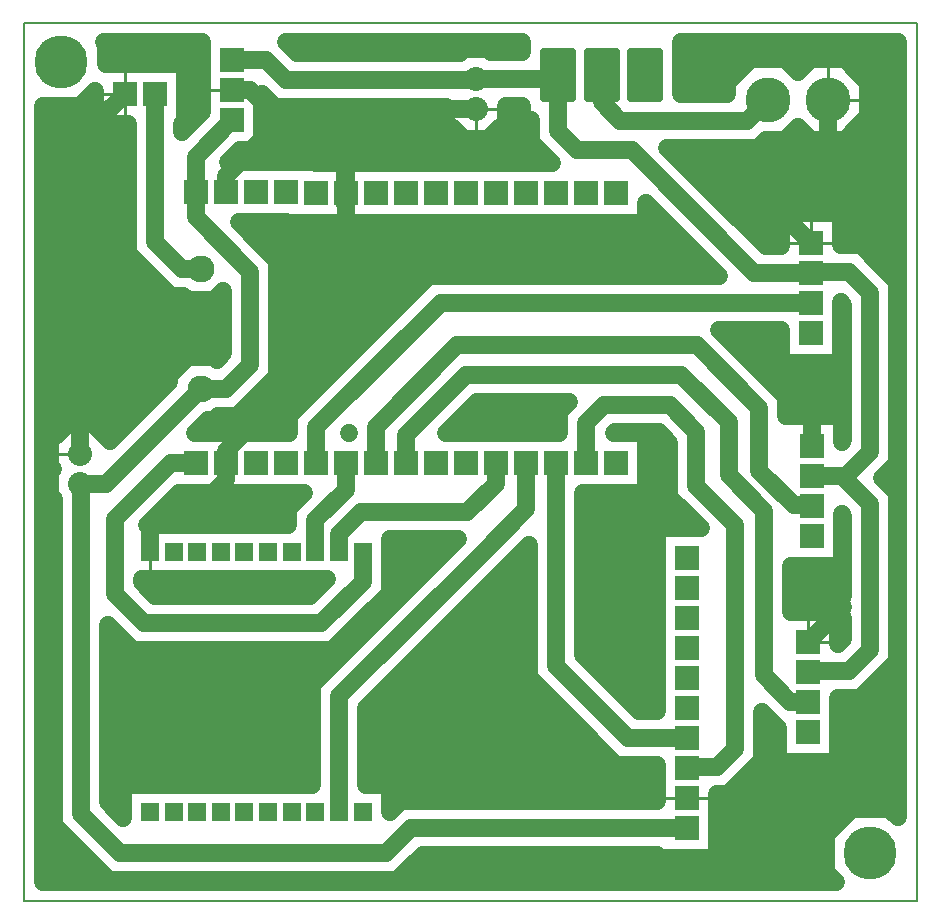
<source format=gbr>
G04 PROTEUS GERBER X2 FILE*
%TF.GenerationSoftware,Labcenter,Proteus,8.6-SP2-Build23525*%
%TF.CreationDate,2021-03-06T05:49:37+00:00*%
%TF.FileFunction,Copper,L2,Bot*%
%TF.FilePolarity,Positive*%
%TF.Part,Single*%
%FSLAX45Y45*%
%MOMM*%
G01*
%TA.AperFunction,Conductor*%
%ADD10C,1.524000*%
%TA.AperFunction,ViaPad*%
%ADD11C,0.762000*%
%TA.AperFunction,Conductor*%
%ADD70C,0.254000*%
%TA.AperFunction,ComponentPad*%
%ADD12R,2.032000X2.032000*%
%AMPPAD003*
4,1,36,
-1.143000,2.286000,
1.143000,2.286000,
1.220900,2.278420,
1.292940,2.256610,
1.357730,2.221960,
1.413870,2.175870,
1.459960,2.119730,
1.494610,2.054940,
1.516420,1.982900,
1.524000,1.905000,
1.524000,-1.905000,
1.516420,-1.982900,
1.494610,-2.054940,
1.459960,-2.119730,
1.413870,-2.175870,
1.357730,-2.221960,
1.292940,-2.256610,
1.220900,-2.278420,
1.143000,-2.286000,
-1.143000,-2.286000,
-1.220900,-2.278420,
-1.292940,-2.256610,
-1.357730,-2.221960,
-1.413870,-2.175870,
-1.459960,-2.119730,
-1.494610,-2.054940,
-1.516420,-1.982900,
-1.524000,-1.905000,
-1.524000,1.905000,
-1.516420,1.982900,
-1.494610,2.054940,
-1.459960,2.119730,
-1.413870,2.175870,
-1.357730,2.221960,
-1.292940,2.256610,
-1.220900,2.278420,
-1.143000,2.286000,
0*%
%TA.AperFunction,ComponentPad*%
%ADD13PPAD003*%
%TA.AperFunction,ComponentPad*%
%ADD14C,2.286000*%
%TA.AperFunction,OtherPad,Unknown*%
%ADD15C,4.500000*%
%TA.AperFunction,ComponentPad*%
%ADD16C,2.032000*%
%ADD17C,3.810000*%
%TA.AperFunction,ComponentPad*%
%ADD18R,1.524000X1.524000*%
%TA.AperFunction,Profile*%
%ADD19C,0.203200*%
%TD.AperFunction*%
G36*
X+250402Y+682599D02*
X-9390Y+682599D01*
X-34790Y+707999D01*
X-245210Y+707999D01*
X-274610Y+678599D01*
X-1655313Y+678599D01*
X-1746242Y+769528D01*
X+250402Y+769528D01*
X+250402Y+682599D01*
G37*
G36*
X-2457998Y+362001D02*
X-2457998Y+177287D01*
X-2627401Y+7884D01*
X-2627401Y+76001D01*
X-2602001Y+76001D01*
X-2602001Y+583999D01*
X-3272601Y+583999D01*
X-3272601Y+756324D01*
X-3285805Y+769528D01*
X-2457998Y+769528D01*
X-2457998Y+362001D01*
G37*
G36*
X+3429764Y-5796041D02*
X+3356324Y-5722601D01*
X+3043676Y-5722601D01*
X+2822601Y-5943676D01*
X+2822601Y-6256324D01*
X+2906277Y-6340000D01*
X-3807441Y-6340000D01*
X-3807441Y+223718D01*
X-3806324Y+222601D01*
X-3493676Y+222601D01*
X-3363999Y+352278D01*
X-3363999Y+76001D01*
X-3084599Y+76001D01*
X-3084599Y-1015528D01*
X-2721730Y-1378397D01*
X-2621487Y-1378397D01*
X-2580000Y-1419884D01*
X-2359060Y-1419884D01*
X-2278599Y-1339423D01*
X-2278599Y-1868673D01*
X-2335736Y-1925810D01*
X-2359060Y-1902486D01*
X-2580000Y-1902486D01*
X-2736229Y-2058715D01*
X-2736229Y-2112598D01*
X-3234554Y-2610923D01*
X-3234554Y-2610790D01*
X-3383343Y-2462001D01*
X-3593763Y-2462001D01*
X-3742552Y-2610790D01*
X-3742552Y-2821210D01*
X-3720762Y-2843000D01*
X-3742552Y-2864790D01*
X-3742552Y-3075210D01*
X-3714818Y-3102944D01*
X-3714818Y-5858469D01*
X-3244688Y-6328599D01*
X-805314Y-6328599D01*
X-591314Y-6114599D01*
X+1393461Y-6114599D01*
X+1393461Y-6139999D01*
X+1901459Y-6139999D01*
X+1901459Y-5602618D01*
X+1995297Y-5602618D01*
X+2284324Y-5313591D01*
X+2284324Y-4902496D01*
X+2420854Y-5039026D01*
X+2420854Y-5323705D01*
X+2928852Y-5323705D01*
X+2928852Y-4789820D01*
X+3113913Y-4789820D01*
X+3428599Y-4475134D01*
X+3428599Y-3052250D01*
X+3299818Y-2923468D01*
X+3428599Y-2794687D01*
X+3428599Y-1265918D01*
X+3116967Y-954286D01*
X+2951440Y-954286D01*
X+2951440Y-678001D01*
X+2443442Y-678001D01*
X+2443442Y-959940D01*
X+2312337Y-959940D01*
X+1480996Y-128599D01*
X+2246687Y-128599D01*
X+2312387Y-62899D01*
X+2474033Y-62899D01*
X+2586000Y+49068D01*
X+2697967Y-62899D01*
X+2982033Y-62899D01*
X+3182899Y+137967D01*
X+3182899Y+422033D01*
X+2982033Y+622899D01*
X+2697967Y+622899D01*
X+2586000Y+510932D01*
X+2474033Y+622899D01*
X+2189967Y+622899D01*
X+1989101Y+422033D01*
X+1989101Y+328599D01*
X+1600000Y+328599D01*
X+1600000Y+769528D01*
X+3429764Y+769528D01*
X+3429764Y-5796041D01*
G37*
%LPC*%
G36*
X+2217250Y-588567D02*
X+2217250Y-509659D01*
X+2273046Y-453863D01*
X+2351954Y-453863D01*
X+2407750Y-509659D01*
X+2407750Y-588567D01*
X+2351954Y-644363D01*
X+2273046Y-644363D01*
X+2217250Y-588567D01*
G37*
G36*
X+3173962Y-4903985D02*
X+3173962Y-4825077D01*
X+3229758Y-4769281D01*
X+3308666Y-4769281D01*
X+3364462Y-4825077D01*
X+3364462Y-4903985D01*
X+3308666Y-4959781D01*
X+3229758Y-4959781D01*
X+3173962Y-4903985D01*
G37*
%LPD*%
G36*
X-1844687Y+221401D02*
X-393999Y+221401D01*
X-393999Y+94790D01*
X-245210Y-53999D01*
X-34790Y-53999D01*
X+113999Y+94790D01*
X+113999Y+225401D01*
X+250402Y+225401D01*
X+250402Y+109001D01*
X+326602Y+109001D01*
X+326602Y-80395D01*
X+502208Y-256001D01*
X+26558Y-256001D01*
X+26558Y-253461D01*
X-1497442Y-253461D01*
X-1497442Y-250921D01*
X-2239634Y-250921D01*
X-2134712Y-145999D01*
X-1950000Y-145999D01*
X-1950000Y+326714D01*
X-1844687Y+221401D01*
G37*
G36*
X+1917226Y-1211401D02*
X-534687Y-1211401D01*
X-1724039Y-2400753D01*
X-1724039Y-2539381D01*
X-2516440Y-2539381D01*
X-2412943Y-2435884D01*
X-2359060Y-2435884D01*
X-2320960Y-2397784D01*
X-2161138Y-2397784D01*
X-1821401Y-2058047D01*
X-1821401Y-1082746D01*
X-2145228Y-758919D01*
X-1751440Y-758919D01*
X-1751440Y-761459D01*
X-227440Y-761459D01*
X-227440Y-763999D01*
X+1296558Y-763999D01*
X+1296558Y-590733D01*
X+1917226Y-1211401D01*
G37*
G36*
X+2971401Y-1455292D02*
X+2971401Y-2605313D01*
X+2956558Y-2620156D01*
X+2956558Y-2396001D01*
X+2488172Y-2396001D01*
X+2488172Y-2237424D01*
X+1919347Y-1668599D01*
X+2443442Y-1668599D01*
X+2443442Y-1947999D01*
X+2951440Y-1947999D01*
X+2951440Y-1435331D01*
X+2971401Y-1455292D01*
G37*
%LPC*%
G36*
X+2227834Y-1922066D02*
X+2227834Y-1843158D01*
X+2283630Y-1787362D01*
X+2362538Y-1787362D01*
X+2418334Y-1843158D01*
X+2418334Y-1922066D01*
X+2362538Y-1977862D01*
X+2283630Y-1977862D01*
X+2227834Y-1922066D01*
G37*
%LPD*%
G36*
X-1216040Y-2541921D02*
X-1218635Y-2541921D01*
X-1216040Y-2539326D01*
X-1216040Y-2541921D01*
G37*
G36*
X+628916Y-2297619D02*
X+561960Y-2364575D01*
X+561960Y-2544461D01*
X+28558Y-2544461D01*
X+28558Y-2541921D01*
X-396370Y-2541921D01*
X-133048Y-2278599D01*
X+647936Y-2278599D01*
X+628916Y-2297619D01*
G37*
G36*
X-1749440Y-3049919D02*
X-1594062Y-3049919D01*
X-1728599Y-3184456D01*
X-1728599Y-3321401D01*
X-2928692Y-3321401D01*
X-2654670Y-3047379D01*
X-1749440Y-3047379D01*
X-1749440Y-3049919D01*
G37*
G36*
X-1544687Y-3921401D02*
X-2856823Y-3921401D01*
X-2971401Y-3806823D01*
X-2971401Y-3778599D01*
X-1401885Y-3778599D01*
X-1544687Y-3921401D01*
G37*
G36*
X+2971401Y-3241624D02*
X+2971401Y-3919826D01*
X+2924290Y-3919826D01*
X+2868494Y-3975622D01*
X+2868494Y-4053707D01*
X+2528599Y-4053707D01*
X+2528599Y-3665999D01*
X+2956558Y-3665999D01*
X+2956558Y-3226781D01*
X+2971401Y-3241624D01*
G37*
G36*
X+2971401Y-4285760D02*
X+2928852Y-4328309D01*
X+2928852Y-4110326D01*
X+2971401Y-4110326D01*
X+2971401Y-4285760D01*
G37*
G36*
X-1528599Y-4677289D02*
X-1528599Y-5521401D01*
X-3128599Y-5521401D01*
X-3128599Y-5798116D01*
X-3257620Y-5669095D01*
X-3257620Y-4167176D01*
X-3046197Y-4378599D01*
X-1355313Y-4378599D01*
X-871401Y-3894687D01*
X-871401Y-3443217D01*
X-294527Y-3443217D01*
X-1528599Y-4677289D01*
G37*
G36*
X+1497507Y-2626646D02*
X+1497507Y-3082294D01*
X+1761214Y-3346001D01*
X+1396001Y-3346001D01*
X+1396001Y-4616001D01*
X+1393461Y-4616001D01*
X+1393461Y-4893360D01*
X+1239115Y-4893360D01*
X+765158Y-4419403D01*
X+765158Y-3052459D01*
X+1298558Y-3052459D01*
X+1298558Y-2544461D01*
X+1028646Y-2544461D01*
X+1035526Y-2537581D01*
X+1408442Y-2537581D01*
X+1497507Y-2626646D01*
G37*
G36*
X+307960Y-4514090D02*
X+307960Y-4608777D01*
X+1049739Y-5350556D01*
X+1393461Y-5350556D01*
X+1393461Y-5657401D01*
X-780688Y-5657401D01*
X-871401Y-5748114D01*
X-871401Y-5521401D01*
X-1071401Y-5521401D01*
X-1071401Y-4866663D01*
X+307960Y-3487302D01*
X+307960Y-4514090D01*
G37*
D10*
X-1243441Y-397047D02*
X-1246342Y-394146D01*
X-1246342Y-504559D02*
X-1246342Y-508941D01*
X-1245632Y-509651D01*
X-1243609Y-511674D01*
X-1246342Y-504559D02*
X-1243441Y-507460D01*
X-1247500Y-609060D02*
X-1243609Y-511674D01*
X-1247500Y-511519D02*
X-1245632Y-509651D01*
X-1243441Y-507460D01*
X-1246342Y-253035D02*
X-1246342Y-260000D01*
X-1495441Y-2795920D02*
X-1495441Y-2495441D01*
X-440000Y-1440000D01*
X+2697441Y-1440000D01*
X+2702559Y-2904000D02*
X+2957063Y-2904000D01*
X-2513441Y-504920D02*
X-2524725Y-493636D01*
X-2513441Y-504920D01*
X+2323084Y-1882612D02*
X+2702559Y-2262087D01*
X+2702559Y-2650000D01*
X-1247500Y-515565D02*
X-1243609Y-511674D01*
X-1243441Y-507460D01*
X-1247500Y-609060D02*
X-1247500Y-515565D01*
X-1247500Y-511519D01*
X+2957063Y-2904000D02*
X+2996000Y-2904000D01*
X+3200000Y-2700000D01*
X+3200000Y-1360605D01*
X+3022280Y-1182885D01*
X+2700556Y-1182885D01*
X+2697441Y-1186000D01*
X+2957063Y-2904000D02*
X+3200000Y-3146937D01*
X+3200000Y-4380447D01*
X+3019226Y-4561221D01*
X+2675338Y-4561221D01*
X+2674853Y-4561706D01*
X+2840000Y+280000D02*
X+2840000Y-23667D01*
X+2314554Y-549113D01*
X+2497441Y-732000D01*
X+2697441Y-932000D01*
X+2314554Y-549113D02*
X+2312500Y-549113D01*
X-2856000Y+330000D02*
X-2856000Y-920841D01*
X-2627043Y-1149798D01*
X-2472917Y-1149798D01*
X-2469530Y-1153185D01*
X-3488553Y-2970000D02*
X-3270345Y-2970000D01*
X-2469530Y-2169185D01*
X-2513441Y-504920D02*
X-2513441Y-713992D01*
X-2050000Y-1177433D01*
X-2050000Y-1963360D01*
X-2255825Y-2169185D01*
X-2469530Y-2169185D01*
X-140000Y+454000D02*
X-123427Y+454000D01*
X+519201Y+454000D01*
X+555201Y+490000D01*
X-123427Y+454000D02*
X-115748Y+446321D01*
X-140000Y+454000D01*
X-2203999Y+108000D02*
X-2513441Y-201442D01*
X-2513441Y-504920D01*
X-2203999Y+616000D02*
X-1916000Y+616000D01*
X-1750000Y+450000D01*
X-144000Y+450000D01*
X-140000Y+454000D01*
X-1243441Y-397047D02*
X-1243441Y-285659D01*
X-1243441Y-253035D02*
X-1243441Y-206559D01*
X-1300000Y-150000D01*
X-1600000Y+150000D01*
X-1838496Y+150000D01*
X-1906915Y+218419D01*
X-2050496Y+362000D01*
X-2203999Y+362000D01*
X-1243441Y-253035D02*
X-1246342Y-253035D01*
X-1243441Y-285659D02*
X-1210817Y-253035D01*
X-2259441Y-504920D02*
X-2259441Y-362311D01*
X-2085508Y-188378D01*
X-1906915Y-9785D01*
X-1906915Y+218419D01*
X-2257441Y-2793380D02*
X-2257441Y-2694501D01*
X-1243441Y-1680501D01*
X-1243441Y-507460D01*
X+2674853Y-4307706D02*
X+2963744Y-4018815D01*
X+2963744Y-4015076D01*
X-987441Y-2795920D02*
X-987441Y-2487441D01*
X-300000Y-1800000D01*
X+1727462Y-1800000D01*
X+2259573Y-2332111D01*
X+2259573Y-2859574D01*
X+2555308Y-3155309D01*
X+2665756Y-3155309D01*
X+2682004Y-3139061D01*
X+2702559Y-3158000D01*
X-733441Y-2795920D02*
X-733441Y-2555706D01*
X-227735Y-2050000D01*
X+1600000Y-2050000D01*
X+2000000Y-2450000D01*
X+2000000Y-2900000D01*
X+2300000Y-3200000D01*
X+2300000Y-4594886D01*
X+2520820Y-4815706D01*
X+2674853Y-4815706D01*
X+536559Y-2798460D02*
X+536559Y-4514090D01*
X+1144427Y-5121958D01*
X+1645418Y-5121958D01*
X+1647460Y-5124000D01*
X+790559Y-2798460D02*
X+790559Y-2459262D01*
X+940839Y-2308982D01*
X+1503129Y-2308982D01*
X+1726106Y-2531959D01*
X+1726106Y-2987607D01*
X+2055725Y-3317226D01*
X+2055725Y-5218904D01*
X+1900610Y-5374019D01*
X+1651441Y-5374019D01*
X+1647460Y-5378000D01*
X+555201Y+490000D02*
X+555201Y+14292D01*
X+719493Y-150000D01*
X+1179111Y-150000D01*
X+2217650Y-1188539D01*
X+2694902Y-1188539D01*
X+2697441Y-1186000D01*
X+925201Y+490000D02*
X+925201Y+257117D01*
X+1082318Y+100000D01*
X+2152000Y+100000D01*
X+2332000Y+280000D01*
X-1500000Y-3550000D02*
X-1500000Y-3279143D01*
X-1243696Y-3022839D01*
X-1243696Y-2798175D01*
X-1241441Y-2795920D01*
X-1300000Y-3550000D02*
X-1300000Y-3400000D01*
X-1114618Y-3214618D01*
X-214617Y-3214618D01*
X+27605Y-2972396D01*
X+27605Y-2799414D01*
X+28559Y-2798460D01*
X-2511441Y-2793380D02*
X-2723957Y-2793380D01*
X-3200000Y-3269423D01*
X-3200000Y-3901510D01*
X-2951510Y-4150000D01*
X-1450000Y-4150000D01*
X-1100000Y-3800000D01*
X-1100000Y-3550000D01*
X-2900000Y-3550000D02*
X-2900000Y-3350000D01*
X-2800000Y-3250000D01*
X-2684934Y-3134934D01*
X-2454862Y-3134934D01*
X-2257441Y-2937513D01*
X-2257441Y-2793380D01*
X-3110000Y+330000D02*
X-3488553Y-48553D01*
X-3488553Y-2716000D01*
X-140000Y+200000D02*
X-786342Y+200000D01*
X-1239377Y-253035D01*
X-1243441Y-257099D01*
X-1246342Y-260000D01*
X-1246342Y-394146D01*
X-1246342Y-475284D01*
X-1243441Y-478185D01*
X-1246342Y-475284D02*
X-1246342Y-504559D01*
X-1243441Y-507460D02*
X-1243441Y-478185D01*
X-1243441Y-397047D01*
X-1243441Y-285659D02*
X-1243441Y-257099D01*
X-1243441Y-253035D01*
X-1210817Y-253035D02*
X-1239377Y-253035D01*
X-1243441Y-253035D01*
X+282559Y-2798460D02*
X+282559Y-3189417D01*
X-108467Y-3580443D01*
X-1300000Y-4771976D01*
X-1300000Y-5750000D01*
X+1647460Y-5886000D02*
X-686001Y-5886000D01*
X-900001Y-6100000D01*
X-3150001Y-6100000D01*
X-3486219Y-5763782D01*
X-3486219Y-2972334D01*
X-3488553Y-2970000D01*
D11*
X+2312500Y-549113D03*
X+2323084Y-1882612D03*
X+2963744Y-4015076D03*
X+3269212Y-4864531D03*
D10*
X+250402Y+682599D02*
X-9390Y+682599D01*
X-34790Y+707999D01*
X-245210Y+707999D01*
X-274610Y+678599D01*
X-1655313Y+678599D01*
X-1746242Y+769528D01*
X+250402Y+769528D01*
X+250402Y+682599D01*
X-2457998Y+362001D02*
X-2457998Y+177287D01*
X-2627401Y+7884D01*
X-2627401Y+76001D01*
X-2602001Y+76001D01*
X-2602001Y+583999D01*
X-3272601Y+583999D01*
X-3272601Y+756324D01*
X-3285805Y+769528D01*
X-2457998Y+769528D01*
X-2457998Y+362001D01*
X+3429764Y-5796041D02*
X+3356324Y-5722601D01*
X+3043676Y-5722601D01*
X+2822601Y-5943676D01*
X+2822601Y-6256324D01*
X+2906277Y-6340000D01*
X-3807441Y-6340000D01*
X-3807441Y+223718D01*
X-3806324Y+222601D01*
X-3493676Y+222601D01*
X-3363999Y+352278D01*
X-3363999Y+76001D01*
X-3084599Y+76001D01*
X-3084599Y-1015528D01*
X-2721730Y-1378397D01*
X-2621487Y-1378397D01*
X-2580000Y-1419884D01*
X-2359060Y-1419884D01*
X-2278599Y-1339423D01*
X-2278599Y-1868673D01*
X-2335736Y-1925810D01*
X-2359060Y-1902486D01*
X-2580000Y-1902486D01*
X-2736229Y-2058715D01*
X-2736229Y-2112598D01*
X-3234554Y-2610923D01*
X-3234554Y-2610790D01*
X-3383343Y-2462001D01*
X-3593763Y-2462001D01*
X-3742552Y-2610790D01*
X-3742552Y-2821210D01*
X-3720762Y-2843000D01*
X-3742552Y-2864790D01*
X-3742552Y-3075210D01*
X-3714818Y-3102944D01*
X-3714818Y-5858469D01*
X-3244688Y-6328599D01*
X-805314Y-6328599D01*
X-591314Y-6114599D01*
X+1393461Y-6114599D01*
X+1393461Y-6139999D01*
X+1901459Y-6139999D01*
X+1901459Y-5602618D01*
X+1995297Y-5602618D01*
X+2284324Y-5313591D01*
X+2284324Y-4902496D01*
X+2420854Y-5039026D01*
X+2420854Y-5323705D01*
X+2928852Y-5323705D01*
X+2928852Y-4789820D01*
X+3113913Y-4789820D01*
X+3428599Y-4475134D01*
X+3428599Y-3052250D01*
X+3299818Y-2923468D01*
X+3428599Y-2794687D01*
X+3428599Y-1265918D01*
X+3116967Y-954286D01*
X+2951440Y-954286D01*
X+2951440Y-678001D01*
X+2443442Y-678001D01*
X+2443442Y-959940D01*
X+2312337Y-959940D01*
X+1480996Y-128599D01*
X+2246687Y-128599D01*
X+2312387Y-62899D01*
X+2474033Y-62899D01*
X+2586000Y+49068D01*
X+2697967Y-62899D01*
X+2982033Y-62899D01*
X+3182899Y+137967D01*
X+3182899Y+422033D01*
X+2982033Y+622899D01*
X+2697967Y+622899D01*
X+2586000Y+510932D01*
X+2474033Y+622899D01*
X+2189967Y+622899D01*
X+1989101Y+422033D01*
X+1989101Y+328599D01*
X+1600000Y+328599D01*
X+1600000Y+769528D01*
X+3429764Y+769528D01*
X+3429764Y-5796041D01*
X+2217250Y-588567D02*
X+2217250Y-509659D01*
X+2273046Y-453863D01*
X+2351954Y-453863D01*
X+2407750Y-509659D01*
X+2407750Y-588567D01*
X+2351954Y-644363D01*
X+2273046Y-644363D01*
X+2217250Y-588567D01*
X+3173962Y-4903985D02*
X+3173962Y-4825077D01*
X+3229758Y-4769281D01*
X+3308666Y-4769281D01*
X+3364462Y-4825077D01*
X+3364462Y-4903985D01*
X+3308666Y-4959781D01*
X+3229758Y-4959781D01*
X+3173962Y-4903985D01*
X-1844687Y+221401D02*
X-393999Y+221401D01*
X-393999Y+94790D01*
X-245210Y-53999D01*
X-34790Y-53999D01*
X+113999Y+94790D01*
X+113999Y+225401D01*
X+250402Y+225401D01*
X+250402Y+109001D01*
X+326602Y+109001D01*
X+326602Y-80395D01*
X+502208Y-256001D01*
X+26558Y-256001D01*
X+26558Y-253461D01*
X-1497442Y-253461D01*
X-1497442Y-250921D01*
X-2239634Y-250921D01*
X-2134712Y-145999D01*
X-1950000Y-145999D01*
X-1950000Y+326714D01*
X-1844687Y+221401D01*
X+1917226Y-1211401D02*
X-534687Y-1211401D01*
X-1724039Y-2400753D01*
X-1724039Y-2539381D01*
X-2516440Y-2539381D01*
X-2412943Y-2435884D01*
X-2359060Y-2435884D01*
X-2320960Y-2397784D01*
X-2161138Y-2397784D01*
X-1821401Y-2058047D01*
X-1821401Y-1082746D01*
X-2145228Y-758919D01*
X-1751440Y-758919D01*
X-1751440Y-761459D01*
X-227440Y-761459D01*
X-227440Y-763999D01*
X+1296558Y-763999D01*
X+1296558Y-590733D01*
X+1917226Y-1211401D01*
X+2971401Y-1455292D02*
X+2971401Y-2605313D01*
X+2956558Y-2620156D01*
X+2956558Y-2396001D01*
X+2488172Y-2396001D01*
X+2488172Y-2237424D01*
X+1919347Y-1668599D01*
X+2443442Y-1668599D01*
X+2443442Y-1947999D01*
X+2951440Y-1947999D01*
X+2951440Y-1435331D01*
X+2971401Y-1455292D01*
X+2227834Y-1922066D02*
X+2227834Y-1843158D01*
X+2283630Y-1787362D01*
X+2362538Y-1787362D01*
X+2418334Y-1843158D01*
X+2418334Y-1922066D01*
X+2362538Y-1977862D01*
X+2283630Y-1977862D01*
X+2227834Y-1922066D01*
X-1216040Y-2541921D02*
X-1218635Y-2541921D01*
X-1216040Y-2539326D01*
X-1216040Y-2541921D01*
X+628916Y-2297619D02*
X+561960Y-2364575D01*
X+561960Y-2544461D01*
X+28558Y-2544461D01*
X+28558Y-2541921D01*
X-396370Y-2541921D01*
X-133048Y-2278599D01*
X+647936Y-2278599D01*
X+628916Y-2297619D01*
X-1749440Y-3049919D02*
X-1594062Y-3049919D01*
X-1728599Y-3184456D01*
X-1728599Y-3321401D01*
X-2928692Y-3321401D01*
X-2654670Y-3047379D01*
X-1749440Y-3047379D01*
X-1749440Y-3049919D01*
X-1544687Y-3921401D02*
X-2856823Y-3921401D01*
X-2971401Y-3806823D01*
X-2971401Y-3778599D01*
X-1401885Y-3778599D01*
X-1544687Y-3921401D01*
X+2971401Y-3241624D02*
X+2971401Y-3919826D01*
X+2924290Y-3919826D01*
X+2868494Y-3975622D01*
X+2868494Y-4053707D01*
X+2528599Y-4053707D01*
X+2528599Y-3665999D01*
X+2956558Y-3665999D01*
X+2956558Y-3226781D01*
X+2971401Y-3241624D01*
X+2971401Y-4285760D02*
X+2928852Y-4328309D01*
X+2928852Y-4110326D01*
X+2971401Y-4110326D01*
X+2971401Y-4285760D01*
X-1528599Y-4677289D02*
X-1528599Y-5521401D01*
X-3128599Y-5521401D01*
X-3128599Y-5798116D01*
X-3257620Y-5669095D01*
X-3257620Y-4167176D01*
X-3046197Y-4378599D01*
X-1355313Y-4378599D01*
X-871401Y-3894687D01*
X-871401Y-3443217D01*
X-294527Y-3443217D01*
X-1528599Y-4677289D01*
X+1497507Y-2626646D02*
X+1497507Y-3082294D01*
X+1761214Y-3346001D01*
X+1396001Y-3346001D01*
X+1396001Y-4616001D01*
X+1393461Y-4616001D01*
X+1393461Y-4893360D01*
X+1239115Y-4893360D01*
X+765158Y-4419403D01*
X+765158Y-3052459D01*
X+1298558Y-3052459D01*
X+1298558Y-2544461D01*
X+1028646Y-2544461D01*
X+1035526Y-2537581D01*
X+1408442Y-2537581D01*
X+1497507Y-2626646D01*
X+307960Y-4514090D02*
X+307960Y-4608777D01*
X+1049739Y-5350556D01*
X+1393461Y-5350556D01*
X+1393461Y-5657401D01*
X-780688Y-5657401D01*
X-871401Y-5748114D01*
X-871401Y-5521401D01*
X-1071401Y-5521401D01*
X-1071401Y-4866663D01*
X+307960Y-3487302D01*
X+307960Y-4514090D01*
D70*
X-2257441Y-2539381D02*
X-2257441Y-2793380D01*
X-2257441Y-3047379D02*
X-2257441Y-2793380D01*
X-1243441Y-253461D02*
X-1243441Y-507460D01*
X-1243441Y-761459D02*
X-1243441Y-507460D01*
X-3363999Y+330000D02*
X-3110000Y+330000D01*
X-3110000Y+583999D02*
X-3110000Y+330000D01*
X-3110000Y+76001D02*
X-3110000Y+330000D01*
X+2674853Y-4053707D02*
X+2674853Y-4307706D01*
X+2928852Y-4307706D02*
X+2674853Y-4307706D01*
X+2702559Y-2396001D02*
X+2702559Y-2650000D01*
X+2697441Y-678001D02*
X+2697441Y-932000D01*
X+2443442Y-932000D02*
X+2697441Y-932000D01*
X+2951440Y-932000D02*
X+2697441Y-932000D01*
X-2457998Y+362000D02*
X-2203999Y+362000D01*
X-3488553Y-2462001D02*
X-3488553Y-2716000D01*
X-3742552Y-2716000D02*
X-3488553Y-2716000D01*
X-393999Y+200000D02*
X-140000Y+200000D01*
X+113999Y+200000D02*
X-140000Y+200000D01*
X-140000Y-53999D02*
X-140000Y+200000D01*
X+3182899Y+280000D02*
X+2840000Y+280000D01*
X+2840000Y-62899D02*
X+2840000Y+280000D01*
X+2840000Y+622899D02*
X+2840000Y+280000D01*
X-2900000Y-3778599D02*
X-2900000Y-3550000D01*
X-2900000Y-3321401D02*
X-2900000Y-3550000D01*
X+1901459Y-5632000D02*
X+1647460Y-5632000D01*
X+1393461Y-5632000D02*
X+1647460Y-5632000D01*
D12*
X-2511441Y-2793380D03*
X-2257441Y-2793380D03*
X-2003441Y-2793380D03*
X-1749441Y-2793380D03*
X-1495441Y-2795920D03*
X-1241441Y-2795920D03*
X-987441Y-2795920D03*
X-733441Y-2795920D03*
X-479441Y-2795920D03*
X-225441Y-2795920D03*
X+28559Y-2798460D03*
X+282559Y-2798460D03*
X+536559Y-2798460D03*
X+790559Y-2798460D03*
X+1044559Y-2798460D03*
X-2513441Y-504920D03*
X-2259441Y-504920D03*
X-2005441Y-504920D03*
X-1751441Y-504920D03*
X-1497441Y-507460D03*
X-1243441Y-507460D03*
X-989441Y-507460D03*
X-735441Y-507460D03*
X-481441Y-507460D03*
X-227441Y-507460D03*
X+26559Y-510000D03*
X+280559Y-510000D03*
X+534559Y-510000D03*
X+788559Y-510000D03*
X+1042559Y-510000D03*
D13*
X+555201Y+490000D03*
X+925201Y+490000D03*
X+1295201Y+490000D03*
D14*
X-2469530Y-1153185D03*
X-2469530Y-2169185D03*
D12*
X-2856000Y+330000D03*
X-3110000Y+330000D03*
X+2674853Y-4307706D03*
X+2674853Y-4561706D03*
X+2674853Y-4815706D03*
X+2674853Y-5069706D03*
X+2702559Y-2650000D03*
X+2702559Y-2904000D03*
X+2702559Y-3158000D03*
X+2702559Y-3412000D03*
X+2697441Y-932000D03*
X+2697441Y-1186000D03*
X+2697441Y-1440000D03*
X+2697441Y-1694000D03*
D15*
X+3200000Y-6100000D03*
X-3650000Y+600000D03*
D12*
X-2203999Y+616000D03*
X-2203999Y+362000D03*
X-2203999Y+108000D03*
D16*
X-3488553Y-2716000D03*
X-3488553Y-2970000D03*
X-140000Y+200000D03*
X-140000Y+454000D03*
D17*
X+2840000Y+280000D03*
X+2332000Y+280000D03*
D18*
X-1100000Y-3550000D03*
X-1300000Y-3550000D03*
X-1500000Y-3550000D03*
X-1700000Y-3550000D03*
X-1900000Y-3550000D03*
X-2100000Y-3550000D03*
X-2300000Y-3550000D03*
X-2500000Y-3550000D03*
X-2700000Y-3550000D03*
X-2900000Y-3550000D03*
X-2900000Y-5750000D03*
X-2700000Y-5750000D03*
X-2500000Y-5750000D03*
X-2300000Y-5750000D03*
X-2100000Y-5750000D03*
X-1900000Y-5750000D03*
X-1700000Y-5750000D03*
X-1500000Y-5750000D03*
X-1300000Y-5750000D03*
X-1100000Y-5750000D03*
D12*
X+1647460Y-5886000D03*
X+1647460Y-5632000D03*
X+1647460Y-5378000D03*
X+1647460Y-5124000D03*
X+1647460Y-4870000D03*
X+1650000Y-4616000D03*
X+1650000Y-4362000D03*
X+1650000Y-4108000D03*
X+1650000Y-3854000D03*
X+1650000Y-3600000D03*
D19*
X-3970000Y-6502559D02*
X+3592323Y-6502559D01*
X+3592323Y+932087D01*
X-3970000Y+932087D01*
X-3970000Y-6502559D01*
M02*

</source>
